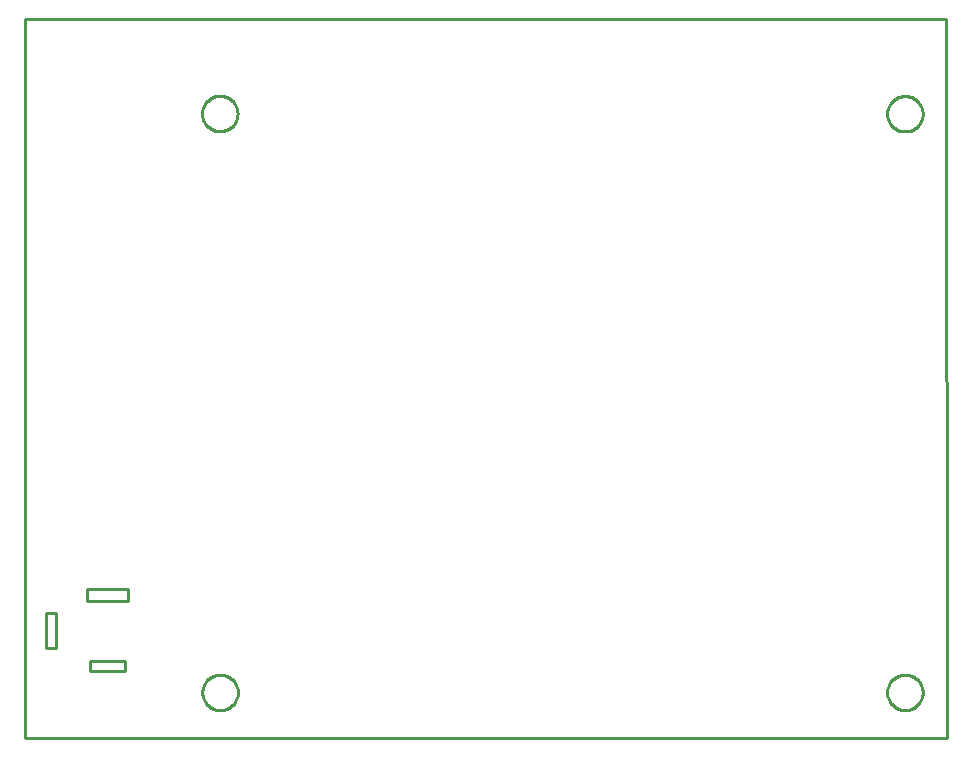
<source format=gbr>
G04 EAGLE Gerber RS-274X export*
G75*
%MOMM*%
%FSLAX34Y34*%
%LPD*%
%AMOC8*
5,1,8,0,0,1.08239X$1,22.5*%
G01*
%ADD10C,0.254000*%


D10*
X-168Y609050D02*
X0Y0D01*
X780475Y20D01*
X780307Y609069D01*
X-168Y609050D01*
X18121Y76274D02*
X26121Y76274D01*
X26121Y106274D01*
X18121Y106274D01*
X18121Y76274D01*
X52621Y116274D02*
X87621Y116274D01*
X87621Y126274D01*
X52621Y126274D01*
X52621Y116274D01*
X55121Y57274D02*
X85121Y57274D01*
X85121Y65274D01*
X55121Y65274D01*
X55121Y57274D01*
X180118Y528507D02*
X180041Y527438D01*
X179889Y526378D01*
X179661Y525331D01*
X179359Y524303D01*
X178985Y523299D01*
X178540Y522324D01*
X178026Y521384D01*
X177447Y520483D01*
X176805Y519625D01*
X176103Y518815D01*
X175346Y518057D01*
X174536Y517356D01*
X173678Y516714D01*
X172777Y516134D01*
X171836Y515621D01*
X170862Y515176D01*
X169858Y514801D01*
X168830Y514500D01*
X167783Y514272D01*
X166722Y514119D01*
X165654Y514043D01*
X164582Y514043D01*
X163513Y514119D01*
X162453Y514272D01*
X161406Y514500D01*
X160378Y514801D01*
X159374Y515176D01*
X158399Y515621D01*
X157459Y516134D01*
X156558Y516714D01*
X155700Y517356D01*
X154890Y518057D01*
X154132Y518815D01*
X153431Y519625D01*
X152789Y520483D01*
X152209Y521384D01*
X151696Y522324D01*
X151251Y523299D01*
X150876Y524303D01*
X150575Y525331D01*
X150347Y526378D01*
X150194Y527438D01*
X150118Y528507D01*
X150118Y529579D01*
X150194Y530647D01*
X150347Y531708D01*
X150575Y532755D01*
X150876Y533783D01*
X151251Y534787D01*
X151696Y535761D01*
X152209Y536702D01*
X152789Y537603D01*
X153431Y538461D01*
X154132Y539271D01*
X154890Y540028D01*
X155700Y540730D01*
X156558Y541372D01*
X157459Y541951D01*
X158399Y542465D01*
X159374Y542910D01*
X160378Y543284D01*
X161406Y543586D01*
X162453Y543814D01*
X163513Y543966D01*
X164582Y544043D01*
X165654Y544043D01*
X166722Y543966D01*
X167783Y543814D01*
X168830Y543586D01*
X169858Y543284D01*
X170862Y542910D01*
X171836Y542465D01*
X172777Y541951D01*
X173678Y541372D01*
X174536Y540730D01*
X175346Y540028D01*
X176103Y539271D01*
X176805Y538461D01*
X177447Y537603D01*
X178026Y536702D01*
X178540Y535761D01*
X178985Y534787D01*
X179359Y533783D01*
X179661Y532755D01*
X179889Y531708D01*
X180041Y530647D01*
X180118Y529579D01*
X180118Y528507D01*
X180324Y38405D02*
X180248Y37336D01*
X180095Y36276D01*
X179868Y35229D01*
X179566Y34201D01*
X179191Y33197D01*
X178746Y32222D01*
X178233Y31282D01*
X177654Y30381D01*
X177011Y29523D01*
X176310Y28713D01*
X175552Y27955D01*
X174742Y27254D01*
X173885Y26612D01*
X172983Y26032D01*
X172043Y25519D01*
X171068Y25074D01*
X170064Y24699D01*
X169036Y24398D01*
X167989Y24170D01*
X166929Y24017D01*
X165860Y23941D01*
X164789Y23941D01*
X163720Y24017D01*
X162659Y24170D01*
X161612Y24398D01*
X160584Y24699D01*
X159580Y25074D01*
X158606Y25519D01*
X157665Y26032D01*
X156764Y26612D01*
X155906Y27254D01*
X155097Y27955D01*
X154339Y28713D01*
X153637Y29523D01*
X152995Y30381D01*
X152416Y31282D01*
X151902Y32222D01*
X151457Y33197D01*
X151083Y34201D01*
X150781Y35229D01*
X150553Y36276D01*
X150401Y37336D01*
X150324Y38405D01*
X150324Y39477D01*
X150401Y40545D01*
X150553Y41606D01*
X150781Y42653D01*
X151083Y43681D01*
X151457Y44685D01*
X151902Y45659D01*
X152416Y46600D01*
X152995Y47501D01*
X153637Y48359D01*
X154339Y49169D01*
X155097Y49926D01*
X155906Y50628D01*
X156764Y51270D01*
X157665Y51849D01*
X158606Y52363D01*
X159580Y52808D01*
X160584Y53182D01*
X161612Y53484D01*
X162659Y53712D01*
X163720Y53864D01*
X164789Y53941D01*
X165860Y53941D01*
X166929Y53864D01*
X167989Y53712D01*
X169036Y53484D01*
X170064Y53182D01*
X171068Y52808D01*
X172043Y52363D01*
X172983Y51849D01*
X173885Y51270D01*
X174742Y50628D01*
X175552Y49926D01*
X176310Y49169D01*
X177011Y48359D01*
X177654Y47501D01*
X178233Y46600D01*
X178746Y45659D01*
X179191Y44685D01*
X179566Y43681D01*
X179868Y42653D01*
X180095Y41606D01*
X180248Y40545D01*
X180324Y39477D01*
X180324Y38405D01*
X760151Y38434D02*
X760075Y37366D01*
X759922Y36305D01*
X759694Y35258D01*
X759393Y34230D01*
X759018Y33226D01*
X758573Y32252D01*
X758060Y31311D01*
X757480Y30410D01*
X756838Y29552D01*
X756137Y28742D01*
X755379Y27985D01*
X754569Y27283D01*
X753711Y26641D01*
X752810Y26062D01*
X751870Y25548D01*
X750895Y25103D01*
X749891Y24729D01*
X748863Y24427D01*
X747816Y24199D01*
X746756Y24046D01*
X745687Y23970D01*
X744615Y23970D01*
X743547Y24046D01*
X742486Y24199D01*
X741439Y24427D01*
X740411Y24729D01*
X739407Y25103D01*
X738433Y25548D01*
X737492Y26062D01*
X736591Y26641D01*
X735733Y27283D01*
X734923Y27985D01*
X734166Y28742D01*
X733464Y29552D01*
X732822Y30410D01*
X732243Y31311D01*
X731729Y32252D01*
X731284Y33226D01*
X730910Y34230D01*
X730608Y35258D01*
X730380Y36305D01*
X730228Y37366D01*
X730151Y38434D01*
X730151Y39506D01*
X730228Y40574D01*
X730380Y41635D01*
X730608Y42682D01*
X730910Y43710D01*
X731284Y44714D01*
X731729Y45689D01*
X732243Y46629D01*
X732822Y47530D01*
X733464Y48388D01*
X734166Y49198D01*
X734923Y49955D01*
X735733Y50657D01*
X736591Y51299D01*
X737492Y51878D01*
X738433Y52392D01*
X739407Y52837D01*
X740411Y53212D01*
X741439Y53513D01*
X742486Y53741D01*
X743547Y53894D01*
X744615Y53970D01*
X745687Y53970D01*
X746756Y53894D01*
X747816Y53741D01*
X748863Y53513D01*
X749891Y53212D01*
X750895Y52837D01*
X751870Y52392D01*
X752810Y51878D01*
X753711Y51299D01*
X754569Y50657D01*
X755379Y49955D01*
X756137Y49198D01*
X756838Y48388D01*
X757480Y47530D01*
X758060Y46629D01*
X758573Y45689D01*
X759018Y44714D01*
X759393Y43710D01*
X759694Y42682D01*
X759922Y41635D01*
X760075Y40574D01*
X760151Y39506D01*
X760151Y38434D01*
X760140Y528364D02*
X760063Y527295D01*
X759911Y526235D01*
X759683Y525188D01*
X759381Y524160D01*
X759007Y523156D01*
X758562Y522181D01*
X758048Y521241D01*
X757469Y520339D01*
X756827Y519482D01*
X756125Y518672D01*
X755368Y517914D01*
X754558Y517213D01*
X753700Y516570D01*
X752799Y515991D01*
X751858Y515478D01*
X750884Y515033D01*
X749880Y514658D01*
X748852Y514356D01*
X747805Y514129D01*
X746744Y513976D01*
X745676Y513900D01*
X744604Y513900D01*
X743535Y513976D01*
X742475Y514129D01*
X741428Y514356D01*
X740400Y514658D01*
X739396Y515033D01*
X738421Y515478D01*
X737481Y515991D01*
X736580Y516570D01*
X735722Y517213D01*
X734912Y517914D01*
X734155Y518672D01*
X733453Y519482D01*
X732811Y520339D01*
X732231Y521241D01*
X731718Y522181D01*
X731273Y523156D01*
X730898Y524160D01*
X730597Y525188D01*
X730369Y526235D01*
X730216Y527295D01*
X730140Y528364D01*
X730140Y529435D01*
X730216Y530504D01*
X730369Y531565D01*
X730597Y532612D01*
X730898Y533640D01*
X731273Y534644D01*
X731718Y535618D01*
X732231Y536559D01*
X732811Y537460D01*
X733453Y538318D01*
X734155Y539127D01*
X734912Y539885D01*
X735722Y540587D01*
X736580Y541229D01*
X737481Y541808D01*
X738421Y542322D01*
X739396Y542767D01*
X740400Y543141D01*
X741428Y543443D01*
X742475Y543671D01*
X743535Y543823D01*
X744604Y543900D01*
X745676Y543900D01*
X746744Y543823D01*
X747805Y543671D01*
X748852Y543443D01*
X749880Y543141D01*
X750884Y542767D01*
X751858Y542322D01*
X752799Y541808D01*
X753700Y541229D01*
X754558Y540587D01*
X755368Y539885D01*
X756125Y539127D01*
X756827Y538318D01*
X757469Y537460D01*
X758048Y536559D01*
X758562Y535618D01*
X759007Y534644D01*
X759381Y533640D01*
X759683Y532612D01*
X759911Y531565D01*
X760063Y530504D01*
X760140Y529435D01*
X760140Y528364D01*
M02*

</source>
